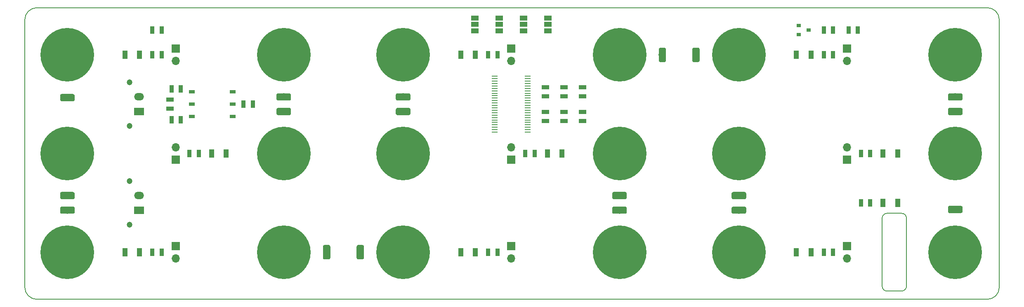
<source format=gbr>
%TF.GenerationSoftware,KiCad,Pcbnew,(5.0.0-rc2-dev-733-g23a9fcd91)*%
%TF.CreationDate,2018-05-26T11:51:58+02:00*%
%TF.ProjectId,CellsBoard,43656C6C73426F6172642E6B69636164,rev?*%
%TF.SameCoordinates,Original*%
%TF.FileFunction,Soldermask,Top*%
%TF.FilePolarity,Negative*%
%FSLAX46Y46*%
G04 Gerber Fmt 4.6, Leading zero omitted, Abs format (unit mm)*
G04 Created by KiCad (PCBNEW (5.0.0-rc2-dev-733-g23a9fcd91)) date 05/26/18 11:51:58*
%MOMM*%
%LPD*%
G01*
G04 APERTURE LIST*
%ADD10C,0.150000*%
%ADD11O,2.000000X1.500000*%
%ADD12R,2.000000X1.500000*%
%ADD13C,1.200000*%
%ADD14R,1.250000X0.250000*%
%ADD15C,11.000000*%
%ADD16C,0.900000*%
%ADD17C,1.500000*%
%ADD18R,1.300000X0.750000*%
%ADD19O,1.700000X1.700000*%
%ADD20R,1.700000X1.700000*%
%ADD21R,1.500000X0.970000*%
%ADD22R,0.970000X1.500000*%
%ADD23R,1.070000X1.800000*%
%ADD24R,1.500000X1.000000*%
%ADD25R,0.900000X0.800000*%
G04 APERTURE END LIST*
D10*
X226950000Y-132300000D02*
X229950000Y-132300000D01*
X225950000Y-147300000D02*
X225950000Y-133300000D01*
X229950000Y-148300000D02*
X226950000Y-148300000D01*
X230950000Y-133300000D02*
X230950000Y-147300000D01*
X226950000Y-148300000D02*
G75*
G02X225950000Y-147300000I0J1000000D01*
G01*
X225950000Y-133300000D02*
G75*
G02X226950000Y-132300000I1000000J0D01*
G01*
X229950000Y-132300000D02*
G75*
G02X230950000Y-133300000I0J-1000000D01*
G01*
X230950000Y-147300000D02*
G75*
G02X229950000Y-148300000I-1000000J0D01*
G01*
X247500000Y-90000000D02*
X52500000Y-90000000D01*
X247500000Y-90000000D02*
G75*
G02X250000000Y-92500000I0J-2500000D01*
G01*
X250000000Y-147500000D02*
X250000000Y-92500000D01*
X250000000Y-147500000D02*
G75*
G02X247500000Y-150000000I-2500000J0D01*
G01*
X52500000Y-150000000D02*
X247500000Y-150000000D01*
X52500000Y-150000000D02*
G75*
G02X50000000Y-147500000I0J2500000D01*
G01*
X50000000Y-92500000D02*
X50000000Y-147500000D01*
X50000000Y-92500000D02*
G75*
G02X52500000Y-90000000I2500000J0D01*
G01*
D11*
X73450000Y-108350000D03*
D12*
X73450000Y-111350000D03*
D13*
X71490000Y-105350000D03*
X71490000Y-114350000D03*
D11*
X73450000Y-128650000D03*
D12*
X73450000Y-131650000D03*
D13*
X71490000Y-125650000D03*
X71490000Y-134650000D03*
D14*
X153225000Y-104100000D03*
X146475000Y-104100000D03*
X153225000Y-104600000D03*
X146475000Y-104600000D03*
X153225000Y-105100000D03*
X146475000Y-105100000D03*
X153225000Y-105600000D03*
X146475000Y-105600000D03*
X153225000Y-106100000D03*
X146475000Y-106100000D03*
X153225000Y-106600000D03*
X146475000Y-106600000D03*
X153225000Y-107100000D03*
X146475000Y-107100000D03*
X153225000Y-107600000D03*
X146475000Y-107600000D03*
X153225000Y-108100000D03*
X146475000Y-108100000D03*
X153225000Y-108600000D03*
X146475000Y-108600000D03*
X153225000Y-109100000D03*
X146475000Y-109100000D03*
X153225000Y-109600000D03*
X146475000Y-109600000D03*
X153225000Y-110100000D03*
X146475000Y-110100000D03*
X153225000Y-110600000D03*
X146475000Y-110600000D03*
X153225000Y-111100000D03*
X146475000Y-111100000D03*
X153225000Y-111600000D03*
X146475000Y-111600000D03*
X153225000Y-112100000D03*
X146475000Y-112100000D03*
X153225000Y-112600000D03*
X146475000Y-112600000D03*
X153225000Y-113100000D03*
X146475000Y-113100000D03*
X153225000Y-113600000D03*
X146475000Y-113600000D03*
X153225000Y-114100000D03*
X146475000Y-114100000D03*
X153225000Y-114600000D03*
X146475000Y-114600000D03*
X153225000Y-115100000D03*
X146475000Y-115100000D03*
X153225000Y-115600000D03*
X146475000Y-115600000D03*
D15*
X240950000Y-140300000D03*
D16*
X240950000Y-136175000D03*
X243876815Y-137373185D03*
X245075000Y-140300000D03*
X243876815Y-143226815D03*
X240950000Y-144425000D03*
X238023185Y-143226815D03*
X236825000Y-140300000D03*
X238023185Y-137373185D03*
D10*
G36*
X242111756Y-130751806D02*
X242148159Y-130757206D01*
X242183857Y-130766147D01*
X242218506Y-130778545D01*
X242251774Y-130794280D01*
X242283339Y-130813199D01*
X242312897Y-130835121D01*
X242340165Y-130859835D01*
X242364879Y-130887103D01*
X242386801Y-130916661D01*
X242405720Y-130948226D01*
X242421455Y-130981494D01*
X242433853Y-131016143D01*
X242442794Y-131051841D01*
X242448194Y-131088244D01*
X242450000Y-131125000D01*
X242450000Y-131875000D01*
X242448194Y-131911756D01*
X242442794Y-131948159D01*
X242433853Y-131983857D01*
X242421455Y-132018506D01*
X242405720Y-132051774D01*
X242386801Y-132083339D01*
X242364879Y-132112897D01*
X242340165Y-132140165D01*
X242312897Y-132164879D01*
X242283339Y-132186801D01*
X242251774Y-132205720D01*
X242218506Y-132221455D01*
X242183857Y-132233853D01*
X242148159Y-132242794D01*
X242111756Y-132248194D01*
X242075000Y-132250000D01*
X239825000Y-132250000D01*
X239788244Y-132248194D01*
X239751841Y-132242794D01*
X239716143Y-132233853D01*
X239681494Y-132221455D01*
X239648226Y-132205720D01*
X239616661Y-132186801D01*
X239587103Y-132164879D01*
X239559835Y-132140165D01*
X239535121Y-132112897D01*
X239513199Y-132083339D01*
X239494280Y-132051774D01*
X239478545Y-132018506D01*
X239466147Y-131983857D01*
X239457206Y-131948159D01*
X239451806Y-131911756D01*
X239450000Y-131875000D01*
X239450000Y-131125000D01*
X239451806Y-131088244D01*
X239457206Y-131051841D01*
X239466147Y-131016143D01*
X239478545Y-130981494D01*
X239494280Y-130948226D01*
X239513199Y-130916661D01*
X239535121Y-130887103D01*
X239559835Y-130859835D01*
X239587103Y-130835121D01*
X239616661Y-130813199D01*
X239648226Y-130794280D01*
X239681494Y-130778545D01*
X239716143Y-130766147D01*
X239751841Y-130757206D01*
X239788244Y-130751806D01*
X239825000Y-130750000D01*
X242075000Y-130750000D01*
X242111756Y-130751806D01*
X242111756Y-130751806D01*
G37*
D17*
X240950000Y-131500000D03*
D10*
G36*
X112361756Y-138801806D02*
X112398159Y-138807206D01*
X112433857Y-138816147D01*
X112468506Y-138828545D01*
X112501774Y-138844280D01*
X112533339Y-138863199D01*
X112562897Y-138885121D01*
X112590165Y-138909835D01*
X112614879Y-138937103D01*
X112636801Y-138966661D01*
X112655720Y-138998226D01*
X112671455Y-139031494D01*
X112683853Y-139066143D01*
X112692794Y-139101841D01*
X112698194Y-139138244D01*
X112700000Y-139175000D01*
X112700000Y-141425000D01*
X112698194Y-141461756D01*
X112692794Y-141498159D01*
X112683853Y-141533857D01*
X112671455Y-141568506D01*
X112655720Y-141601774D01*
X112636801Y-141633339D01*
X112614879Y-141662897D01*
X112590165Y-141690165D01*
X112562897Y-141714879D01*
X112533339Y-141736801D01*
X112501774Y-141755720D01*
X112468506Y-141771455D01*
X112433857Y-141783853D01*
X112398159Y-141792794D01*
X112361756Y-141798194D01*
X112325000Y-141800000D01*
X111575000Y-141800000D01*
X111538244Y-141798194D01*
X111501841Y-141792794D01*
X111466143Y-141783853D01*
X111431494Y-141771455D01*
X111398226Y-141755720D01*
X111366661Y-141736801D01*
X111337103Y-141714879D01*
X111309835Y-141690165D01*
X111285121Y-141662897D01*
X111263199Y-141633339D01*
X111244280Y-141601774D01*
X111228545Y-141568506D01*
X111216147Y-141533857D01*
X111207206Y-141498159D01*
X111201806Y-141461756D01*
X111200000Y-141425000D01*
X111200000Y-139175000D01*
X111201806Y-139138244D01*
X111207206Y-139101841D01*
X111216147Y-139066143D01*
X111228545Y-139031494D01*
X111244280Y-138998226D01*
X111263199Y-138966661D01*
X111285121Y-138937103D01*
X111309835Y-138909835D01*
X111337103Y-138885121D01*
X111366661Y-138863199D01*
X111398226Y-138844280D01*
X111431494Y-138828545D01*
X111466143Y-138816147D01*
X111501841Y-138807206D01*
X111538244Y-138801806D01*
X111575000Y-138800000D01*
X112325000Y-138800000D01*
X112361756Y-138801806D01*
X112361756Y-138801806D01*
G37*
D17*
X111950000Y-140300000D03*
D10*
G36*
X119261756Y-138801806D02*
X119298159Y-138807206D01*
X119333857Y-138816147D01*
X119368506Y-138828545D01*
X119401774Y-138844280D01*
X119433339Y-138863199D01*
X119462897Y-138885121D01*
X119490165Y-138909835D01*
X119514879Y-138937103D01*
X119536801Y-138966661D01*
X119555720Y-138998226D01*
X119571455Y-139031494D01*
X119583853Y-139066143D01*
X119592794Y-139101841D01*
X119598194Y-139138244D01*
X119600000Y-139175000D01*
X119600000Y-141425000D01*
X119598194Y-141461756D01*
X119592794Y-141498159D01*
X119583853Y-141533857D01*
X119571455Y-141568506D01*
X119555720Y-141601774D01*
X119536801Y-141633339D01*
X119514879Y-141662897D01*
X119490165Y-141690165D01*
X119462897Y-141714879D01*
X119433339Y-141736801D01*
X119401774Y-141755720D01*
X119368506Y-141771455D01*
X119333857Y-141783853D01*
X119298159Y-141792794D01*
X119261756Y-141798194D01*
X119225000Y-141800000D01*
X118475000Y-141800000D01*
X118438244Y-141798194D01*
X118401841Y-141792794D01*
X118366143Y-141783853D01*
X118331494Y-141771455D01*
X118298226Y-141755720D01*
X118266661Y-141736801D01*
X118237103Y-141714879D01*
X118209835Y-141690165D01*
X118185121Y-141662897D01*
X118163199Y-141633339D01*
X118144280Y-141601774D01*
X118128545Y-141568506D01*
X118116147Y-141533857D01*
X118107206Y-141498159D01*
X118101806Y-141461756D01*
X118100000Y-141425000D01*
X118100000Y-139175000D01*
X118101806Y-139138244D01*
X118107206Y-139101841D01*
X118116147Y-139066143D01*
X118128545Y-139031494D01*
X118144280Y-138998226D01*
X118163199Y-138966661D01*
X118185121Y-138937103D01*
X118209835Y-138909835D01*
X118237103Y-138885121D01*
X118266661Y-138863199D01*
X118298226Y-138844280D01*
X118331494Y-138828545D01*
X118366143Y-138816147D01*
X118401841Y-138807206D01*
X118438244Y-138801806D01*
X118475000Y-138800000D01*
X119225000Y-138800000D01*
X119261756Y-138801806D01*
X119261756Y-138801806D01*
G37*
D17*
X118850000Y-140300000D03*
D15*
X127650000Y-140300000D03*
D16*
X124723185Y-143226815D03*
X127650000Y-136175000D03*
X130576815Y-143226815D03*
X130576815Y-137373185D03*
X124723185Y-137373185D03*
X127650000Y-144425000D03*
X123525000Y-140300000D03*
X131775000Y-140300000D03*
X106076815Y-137373185D03*
X103150000Y-136175000D03*
X100223185Y-137373185D03*
X99025000Y-140300000D03*
X100223185Y-143226815D03*
X103150000Y-144425000D03*
X106076815Y-143226815D03*
X107275000Y-140300000D03*
D15*
X103150000Y-140300000D03*
D10*
G36*
X181261756Y-98201806D02*
X181298159Y-98207206D01*
X181333857Y-98216147D01*
X181368506Y-98228545D01*
X181401774Y-98244280D01*
X181433339Y-98263199D01*
X181462897Y-98285121D01*
X181490165Y-98309835D01*
X181514879Y-98337103D01*
X181536801Y-98366661D01*
X181555720Y-98398226D01*
X181571455Y-98431494D01*
X181583853Y-98466143D01*
X181592794Y-98501841D01*
X181598194Y-98538244D01*
X181600000Y-98575000D01*
X181600000Y-100825000D01*
X181598194Y-100861756D01*
X181592794Y-100898159D01*
X181583853Y-100933857D01*
X181571455Y-100968506D01*
X181555720Y-101001774D01*
X181536801Y-101033339D01*
X181514879Y-101062897D01*
X181490165Y-101090165D01*
X181462897Y-101114879D01*
X181433339Y-101136801D01*
X181401774Y-101155720D01*
X181368506Y-101171455D01*
X181333857Y-101183853D01*
X181298159Y-101192794D01*
X181261756Y-101198194D01*
X181225000Y-101200000D01*
X180475000Y-101200000D01*
X180438244Y-101198194D01*
X180401841Y-101192794D01*
X180366143Y-101183853D01*
X180331494Y-101171455D01*
X180298226Y-101155720D01*
X180266661Y-101136801D01*
X180237103Y-101114879D01*
X180209835Y-101090165D01*
X180185121Y-101062897D01*
X180163199Y-101033339D01*
X180144280Y-101001774D01*
X180128545Y-100968506D01*
X180116147Y-100933857D01*
X180107206Y-100898159D01*
X180101806Y-100861756D01*
X180100000Y-100825000D01*
X180100000Y-98575000D01*
X180101806Y-98538244D01*
X180107206Y-98501841D01*
X180116147Y-98466143D01*
X180128545Y-98431494D01*
X180144280Y-98398226D01*
X180163199Y-98366661D01*
X180185121Y-98337103D01*
X180209835Y-98309835D01*
X180237103Y-98285121D01*
X180266661Y-98263199D01*
X180298226Y-98244280D01*
X180331494Y-98228545D01*
X180366143Y-98216147D01*
X180401841Y-98207206D01*
X180438244Y-98201806D01*
X180475000Y-98200000D01*
X181225000Y-98200000D01*
X181261756Y-98201806D01*
X181261756Y-98201806D01*
G37*
D17*
X180850000Y-99700000D03*
D10*
G36*
X188161756Y-98201806D02*
X188198159Y-98207206D01*
X188233857Y-98216147D01*
X188268506Y-98228545D01*
X188301774Y-98244280D01*
X188333339Y-98263199D01*
X188362897Y-98285121D01*
X188390165Y-98309835D01*
X188414879Y-98337103D01*
X188436801Y-98366661D01*
X188455720Y-98398226D01*
X188471455Y-98431494D01*
X188483853Y-98466143D01*
X188492794Y-98501841D01*
X188498194Y-98538244D01*
X188500000Y-98575000D01*
X188500000Y-100825000D01*
X188498194Y-100861756D01*
X188492794Y-100898159D01*
X188483853Y-100933857D01*
X188471455Y-100968506D01*
X188455720Y-101001774D01*
X188436801Y-101033339D01*
X188414879Y-101062897D01*
X188390165Y-101090165D01*
X188362897Y-101114879D01*
X188333339Y-101136801D01*
X188301774Y-101155720D01*
X188268506Y-101171455D01*
X188233857Y-101183853D01*
X188198159Y-101192794D01*
X188161756Y-101198194D01*
X188125000Y-101200000D01*
X187375000Y-101200000D01*
X187338244Y-101198194D01*
X187301841Y-101192794D01*
X187266143Y-101183853D01*
X187231494Y-101171455D01*
X187198226Y-101155720D01*
X187166661Y-101136801D01*
X187137103Y-101114879D01*
X187109835Y-101090165D01*
X187085121Y-101062897D01*
X187063199Y-101033339D01*
X187044280Y-101001774D01*
X187028545Y-100968506D01*
X187016147Y-100933857D01*
X187007206Y-100898159D01*
X187001806Y-100861756D01*
X187000000Y-100825000D01*
X187000000Y-98575000D01*
X187001806Y-98538244D01*
X187007206Y-98501841D01*
X187016147Y-98466143D01*
X187028545Y-98431494D01*
X187044280Y-98398226D01*
X187063199Y-98366661D01*
X187085121Y-98337103D01*
X187109835Y-98309835D01*
X187137103Y-98285121D01*
X187166661Y-98263199D01*
X187198226Y-98244280D01*
X187231494Y-98228545D01*
X187266143Y-98216147D01*
X187301841Y-98207206D01*
X187338244Y-98201806D01*
X187375000Y-98200000D01*
X188125000Y-98200000D01*
X188161756Y-98201806D01*
X188161756Y-98201806D01*
G37*
D17*
X187750000Y-99700000D03*
D15*
X196550000Y-99700000D03*
D16*
X193623185Y-102626815D03*
X196550000Y-95575000D03*
X199476815Y-102626815D03*
X199476815Y-96773185D03*
X193623185Y-96773185D03*
X196550000Y-103825000D03*
X192425000Y-99700000D03*
X200675000Y-99700000D03*
X174976815Y-96773185D03*
X172050000Y-95575000D03*
X169123185Y-96773185D03*
X167925000Y-99700000D03*
X169123185Y-102626815D03*
X172050000Y-103825000D03*
X174976815Y-102626815D03*
X176175000Y-99700000D03*
D15*
X172050000Y-99700000D03*
D10*
G36*
X104311756Y-110601806D02*
X104348159Y-110607206D01*
X104383857Y-110616147D01*
X104418506Y-110628545D01*
X104451774Y-110644280D01*
X104483339Y-110663199D01*
X104512897Y-110685121D01*
X104540165Y-110709835D01*
X104564879Y-110737103D01*
X104586801Y-110766661D01*
X104605720Y-110798226D01*
X104621455Y-110831494D01*
X104633853Y-110866143D01*
X104642794Y-110901841D01*
X104648194Y-110938244D01*
X104650000Y-110975000D01*
X104650000Y-111725000D01*
X104648194Y-111761756D01*
X104642794Y-111798159D01*
X104633853Y-111833857D01*
X104621455Y-111868506D01*
X104605720Y-111901774D01*
X104586801Y-111933339D01*
X104564879Y-111962897D01*
X104540165Y-111990165D01*
X104512897Y-112014879D01*
X104483339Y-112036801D01*
X104451774Y-112055720D01*
X104418506Y-112071455D01*
X104383857Y-112083853D01*
X104348159Y-112092794D01*
X104311756Y-112098194D01*
X104275000Y-112100000D01*
X102025000Y-112100000D01*
X101988244Y-112098194D01*
X101951841Y-112092794D01*
X101916143Y-112083853D01*
X101881494Y-112071455D01*
X101848226Y-112055720D01*
X101816661Y-112036801D01*
X101787103Y-112014879D01*
X101759835Y-111990165D01*
X101735121Y-111962897D01*
X101713199Y-111933339D01*
X101694280Y-111901774D01*
X101678545Y-111868506D01*
X101666147Y-111833857D01*
X101657206Y-111798159D01*
X101651806Y-111761756D01*
X101650000Y-111725000D01*
X101650000Y-110975000D01*
X101651806Y-110938244D01*
X101657206Y-110901841D01*
X101666147Y-110866143D01*
X101678545Y-110831494D01*
X101694280Y-110798226D01*
X101713199Y-110766661D01*
X101735121Y-110737103D01*
X101759835Y-110709835D01*
X101787103Y-110685121D01*
X101816661Y-110663199D01*
X101848226Y-110644280D01*
X101881494Y-110628545D01*
X101916143Y-110616147D01*
X101951841Y-110607206D01*
X101988244Y-110601806D01*
X102025000Y-110600000D01*
X104275000Y-110600000D01*
X104311756Y-110601806D01*
X104311756Y-110601806D01*
G37*
D17*
X103150000Y-111350000D03*
D10*
G36*
X104311756Y-107601806D02*
X104348159Y-107607206D01*
X104383857Y-107616147D01*
X104418506Y-107628545D01*
X104451774Y-107644280D01*
X104483339Y-107663199D01*
X104512897Y-107685121D01*
X104540165Y-107709835D01*
X104564879Y-107737103D01*
X104586801Y-107766661D01*
X104605720Y-107798226D01*
X104621455Y-107831494D01*
X104633853Y-107866143D01*
X104642794Y-107901841D01*
X104648194Y-107938244D01*
X104650000Y-107975000D01*
X104650000Y-108725000D01*
X104648194Y-108761756D01*
X104642794Y-108798159D01*
X104633853Y-108833857D01*
X104621455Y-108868506D01*
X104605720Y-108901774D01*
X104586801Y-108933339D01*
X104564879Y-108962897D01*
X104540165Y-108990165D01*
X104512897Y-109014879D01*
X104483339Y-109036801D01*
X104451774Y-109055720D01*
X104418506Y-109071455D01*
X104383857Y-109083853D01*
X104348159Y-109092794D01*
X104311756Y-109098194D01*
X104275000Y-109100000D01*
X102025000Y-109100000D01*
X101988244Y-109098194D01*
X101951841Y-109092794D01*
X101916143Y-109083853D01*
X101881494Y-109071455D01*
X101848226Y-109055720D01*
X101816661Y-109036801D01*
X101787103Y-109014879D01*
X101759835Y-108990165D01*
X101735121Y-108962897D01*
X101713199Y-108933339D01*
X101694280Y-108901774D01*
X101678545Y-108868506D01*
X101666147Y-108833857D01*
X101657206Y-108798159D01*
X101651806Y-108761756D01*
X101650000Y-108725000D01*
X101650000Y-107975000D01*
X101651806Y-107938244D01*
X101657206Y-107901841D01*
X101666147Y-107866143D01*
X101678545Y-107831494D01*
X101694280Y-107798226D01*
X101713199Y-107766661D01*
X101735121Y-107737103D01*
X101759835Y-107709835D01*
X101787103Y-107685121D01*
X101816661Y-107663199D01*
X101848226Y-107644280D01*
X101881494Y-107628545D01*
X101916143Y-107616147D01*
X101951841Y-107607206D01*
X101988244Y-107601806D01*
X102025000Y-107600000D01*
X104275000Y-107600000D01*
X104311756Y-107601806D01*
X104311756Y-107601806D01*
G37*
D17*
X103150000Y-108350000D03*
D15*
X103150000Y-99700000D03*
D16*
X106076815Y-102626815D03*
X99025000Y-99700000D03*
X106076815Y-96773185D03*
X100223185Y-96773185D03*
X100223185Y-102626815D03*
X107275000Y-99700000D03*
X103150000Y-103825000D03*
X103150000Y-95575000D03*
X100223185Y-117073185D03*
X99025000Y-120000000D03*
X100223185Y-122926815D03*
X103150000Y-124125000D03*
X106076815Y-122926815D03*
X107275000Y-120000000D03*
X106076815Y-117073185D03*
X103150000Y-115875000D03*
D15*
X103150000Y-120000000D03*
D10*
G36*
X59911756Y-130901806D02*
X59948159Y-130907206D01*
X59983857Y-130916147D01*
X60018506Y-130928545D01*
X60051774Y-130944280D01*
X60083339Y-130963199D01*
X60112897Y-130985121D01*
X60140165Y-131009835D01*
X60164879Y-131037103D01*
X60186801Y-131066661D01*
X60205720Y-131098226D01*
X60221455Y-131131494D01*
X60233853Y-131166143D01*
X60242794Y-131201841D01*
X60248194Y-131238244D01*
X60250000Y-131275000D01*
X60250000Y-132025000D01*
X60248194Y-132061756D01*
X60242794Y-132098159D01*
X60233853Y-132133857D01*
X60221455Y-132168506D01*
X60205720Y-132201774D01*
X60186801Y-132233339D01*
X60164879Y-132262897D01*
X60140165Y-132290165D01*
X60112897Y-132314879D01*
X60083339Y-132336801D01*
X60051774Y-132355720D01*
X60018506Y-132371455D01*
X59983857Y-132383853D01*
X59948159Y-132392794D01*
X59911756Y-132398194D01*
X59875000Y-132400000D01*
X57625000Y-132400000D01*
X57588244Y-132398194D01*
X57551841Y-132392794D01*
X57516143Y-132383853D01*
X57481494Y-132371455D01*
X57448226Y-132355720D01*
X57416661Y-132336801D01*
X57387103Y-132314879D01*
X57359835Y-132290165D01*
X57335121Y-132262897D01*
X57313199Y-132233339D01*
X57294280Y-132201774D01*
X57278545Y-132168506D01*
X57266147Y-132133857D01*
X57257206Y-132098159D01*
X57251806Y-132061756D01*
X57250000Y-132025000D01*
X57250000Y-131275000D01*
X57251806Y-131238244D01*
X57257206Y-131201841D01*
X57266147Y-131166143D01*
X57278545Y-131131494D01*
X57294280Y-131098226D01*
X57313199Y-131066661D01*
X57335121Y-131037103D01*
X57359835Y-131009835D01*
X57387103Y-130985121D01*
X57416661Y-130963199D01*
X57448226Y-130944280D01*
X57481494Y-130928545D01*
X57516143Y-130916147D01*
X57551841Y-130907206D01*
X57588244Y-130901806D01*
X57625000Y-130900000D01*
X59875000Y-130900000D01*
X59911756Y-130901806D01*
X59911756Y-130901806D01*
G37*
D17*
X58750000Y-131650000D03*
D10*
G36*
X59911756Y-127901806D02*
X59948159Y-127907206D01*
X59983857Y-127916147D01*
X60018506Y-127928545D01*
X60051774Y-127944280D01*
X60083339Y-127963199D01*
X60112897Y-127985121D01*
X60140165Y-128009835D01*
X60164879Y-128037103D01*
X60186801Y-128066661D01*
X60205720Y-128098226D01*
X60221455Y-128131494D01*
X60233853Y-128166143D01*
X60242794Y-128201841D01*
X60248194Y-128238244D01*
X60250000Y-128275000D01*
X60250000Y-129025000D01*
X60248194Y-129061756D01*
X60242794Y-129098159D01*
X60233853Y-129133857D01*
X60221455Y-129168506D01*
X60205720Y-129201774D01*
X60186801Y-129233339D01*
X60164879Y-129262897D01*
X60140165Y-129290165D01*
X60112897Y-129314879D01*
X60083339Y-129336801D01*
X60051774Y-129355720D01*
X60018506Y-129371455D01*
X59983857Y-129383853D01*
X59948159Y-129392794D01*
X59911756Y-129398194D01*
X59875000Y-129400000D01*
X57625000Y-129400000D01*
X57588244Y-129398194D01*
X57551841Y-129392794D01*
X57516143Y-129383853D01*
X57481494Y-129371455D01*
X57448226Y-129355720D01*
X57416661Y-129336801D01*
X57387103Y-129314879D01*
X57359835Y-129290165D01*
X57335121Y-129262897D01*
X57313199Y-129233339D01*
X57294280Y-129201774D01*
X57278545Y-129168506D01*
X57266147Y-129133857D01*
X57257206Y-129098159D01*
X57251806Y-129061756D01*
X57250000Y-129025000D01*
X57250000Y-128275000D01*
X57251806Y-128238244D01*
X57257206Y-128201841D01*
X57266147Y-128166143D01*
X57278545Y-128131494D01*
X57294280Y-128098226D01*
X57313199Y-128066661D01*
X57335121Y-128037103D01*
X57359835Y-128009835D01*
X57387103Y-127985121D01*
X57416661Y-127963199D01*
X57448226Y-127944280D01*
X57481494Y-127928545D01*
X57516143Y-127916147D01*
X57551841Y-127907206D01*
X57588244Y-127901806D01*
X57625000Y-127900000D01*
X59875000Y-127900000D01*
X59911756Y-127901806D01*
X59911756Y-127901806D01*
G37*
D17*
X58750000Y-128650000D03*
D15*
X58750000Y-120000000D03*
D16*
X61676815Y-122926815D03*
X54625000Y-120000000D03*
X61676815Y-117073185D03*
X55823185Y-117073185D03*
X55823185Y-122926815D03*
X62875000Y-120000000D03*
X58750000Y-124125000D03*
X58750000Y-115875000D03*
X55823185Y-137373185D03*
X54625000Y-140300000D03*
X55823185Y-143226815D03*
X58750000Y-144425000D03*
X61676815Y-143226815D03*
X62875000Y-140300000D03*
X61676815Y-137373185D03*
X58750000Y-136175000D03*
D15*
X58750000Y-140300000D03*
D10*
G36*
X173211756Y-127901806D02*
X173248159Y-127907206D01*
X173283857Y-127916147D01*
X173318506Y-127928545D01*
X173351774Y-127944280D01*
X173383339Y-127963199D01*
X173412897Y-127985121D01*
X173440165Y-128009835D01*
X173464879Y-128037103D01*
X173486801Y-128066661D01*
X173505720Y-128098226D01*
X173521455Y-128131494D01*
X173533853Y-128166143D01*
X173542794Y-128201841D01*
X173548194Y-128238244D01*
X173550000Y-128275000D01*
X173550000Y-129025000D01*
X173548194Y-129061756D01*
X173542794Y-129098159D01*
X173533853Y-129133857D01*
X173521455Y-129168506D01*
X173505720Y-129201774D01*
X173486801Y-129233339D01*
X173464879Y-129262897D01*
X173440165Y-129290165D01*
X173412897Y-129314879D01*
X173383339Y-129336801D01*
X173351774Y-129355720D01*
X173318506Y-129371455D01*
X173283857Y-129383853D01*
X173248159Y-129392794D01*
X173211756Y-129398194D01*
X173175000Y-129400000D01*
X170925000Y-129400000D01*
X170888244Y-129398194D01*
X170851841Y-129392794D01*
X170816143Y-129383853D01*
X170781494Y-129371455D01*
X170748226Y-129355720D01*
X170716661Y-129336801D01*
X170687103Y-129314879D01*
X170659835Y-129290165D01*
X170635121Y-129262897D01*
X170613199Y-129233339D01*
X170594280Y-129201774D01*
X170578545Y-129168506D01*
X170566147Y-129133857D01*
X170557206Y-129098159D01*
X170551806Y-129061756D01*
X170550000Y-129025000D01*
X170550000Y-128275000D01*
X170551806Y-128238244D01*
X170557206Y-128201841D01*
X170566147Y-128166143D01*
X170578545Y-128131494D01*
X170594280Y-128098226D01*
X170613199Y-128066661D01*
X170635121Y-128037103D01*
X170659835Y-128009835D01*
X170687103Y-127985121D01*
X170716661Y-127963199D01*
X170748226Y-127944280D01*
X170781494Y-127928545D01*
X170816143Y-127916147D01*
X170851841Y-127907206D01*
X170888244Y-127901806D01*
X170925000Y-127900000D01*
X173175000Y-127900000D01*
X173211756Y-127901806D01*
X173211756Y-127901806D01*
G37*
D17*
X172050000Y-128650000D03*
D10*
G36*
X173211756Y-130901806D02*
X173248159Y-130907206D01*
X173283857Y-130916147D01*
X173318506Y-130928545D01*
X173351774Y-130944280D01*
X173383339Y-130963199D01*
X173412897Y-130985121D01*
X173440165Y-131009835D01*
X173464879Y-131037103D01*
X173486801Y-131066661D01*
X173505720Y-131098226D01*
X173521455Y-131131494D01*
X173533853Y-131166143D01*
X173542794Y-131201841D01*
X173548194Y-131238244D01*
X173550000Y-131275000D01*
X173550000Y-132025000D01*
X173548194Y-132061756D01*
X173542794Y-132098159D01*
X173533853Y-132133857D01*
X173521455Y-132168506D01*
X173505720Y-132201774D01*
X173486801Y-132233339D01*
X173464879Y-132262897D01*
X173440165Y-132290165D01*
X173412897Y-132314879D01*
X173383339Y-132336801D01*
X173351774Y-132355720D01*
X173318506Y-132371455D01*
X173283857Y-132383853D01*
X173248159Y-132392794D01*
X173211756Y-132398194D01*
X173175000Y-132400000D01*
X170925000Y-132400000D01*
X170888244Y-132398194D01*
X170851841Y-132392794D01*
X170816143Y-132383853D01*
X170781494Y-132371455D01*
X170748226Y-132355720D01*
X170716661Y-132336801D01*
X170687103Y-132314879D01*
X170659835Y-132290165D01*
X170635121Y-132262897D01*
X170613199Y-132233339D01*
X170594280Y-132201774D01*
X170578545Y-132168506D01*
X170566147Y-132133857D01*
X170557206Y-132098159D01*
X170551806Y-132061756D01*
X170550000Y-132025000D01*
X170550000Y-131275000D01*
X170551806Y-131238244D01*
X170557206Y-131201841D01*
X170566147Y-131166143D01*
X170578545Y-131131494D01*
X170594280Y-131098226D01*
X170613199Y-131066661D01*
X170635121Y-131037103D01*
X170659835Y-131009835D01*
X170687103Y-130985121D01*
X170716661Y-130963199D01*
X170748226Y-130944280D01*
X170781494Y-130928545D01*
X170816143Y-130916147D01*
X170851841Y-130907206D01*
X170888244Y-130901806D01*
X170925000Y-130900000D01*
X173175000Y-130900000D01*
X173211756Y-130901806D01*
X173211756Y-130901806D01*
G37*
D17*
X172050000Y-131650000D03*
D15*
X172050000Y-140300000D03*
D16*
X169123185Y-137373185D03*
X176175000Y-140300000D03*
X169123185Y-143226815D03*
X174976815Y-143226815D03*
X174976815Y-137373185D03*
X167925000Y-140300000D03*
X172050000Y-136175000D03*
X172050000Y-144425000D03*
X174976815Y-122926815D03*
X176175000Y-120000000D03*
X174976815Y-117073185D03*
X172050000Y-115875000D03*
X169123185Y-117073185D03*
X167925000Y-120000000D03*
X169123185Y-122926815D03*
X172050000Y-124125000D03*
D15*
X172050000Y-120000000D03*
D10*
G36*
X128811756Y-107601806D02*
X128848159Y-107607206D01*
X128883857Y-107616147D01*
X128918506Y-107628545D01*
X128951774Y-107644280D01*
X128983339Y-107663199D01*
X129012897Y-107685121D01*
X129040165Y-107709835D01*
X129064879Y-107737103D01*
X129086801Y-107766661D01*
X129105720Y-107798226D01*
X129121455Y-107831494D01*
X129133853Y-107866143D01*
X129142794Y-107901841D01*
X129148194Y-107938244D01*
X129150000Y-107975000D01*
X129150000Y-108725000D01*
X129148194Y-108761756D01*
X129142794Y-108798159D01*
X129133853Y-108833857D01*
X129121455Y-108868506D01*
X129105720Y-108901774D01*
X129086801Y-108933339D01*
X129064879Y-108962897D01*
X129040165Y-108990165D01*
X129012897Y-109014879D01*
X128983339Y-109036801D01*
X128951774Y-109055720D01*
X128918506Y-109071455D01*
X128883857Y-109083853D01*
X128848159Y-109092794D01*
X128811756Y-109098194D01*
X128775000Y-109100000D01*
X126525000Y-109100000D01*
X126488244Y-109098194D01*
X126451841Y-109092794D01*
X126416143Y-109083853D01*
X126381494Y-109071455D01*
X126348226Y-109055720D01*
X126316661Y-109036801D01*
X126287103Y-109014879D01*
X126259835Y-108990165D01*
X126235121Y-108962897D01*
X126213199Y-108933339D01*
X126194280Y-108901774D01*
X126178545Y-108868506D01*
X126166147Y-108833857D01*
X126157206Y-108798159D01*
X126151806Y-108761756D01*
X126150000Y-108725000D01*
X126150000Y-107975000D01*
X126151806Y-107938244D01*
X126157206Y-107901841D01*
X126166147Y-107866143D01*
X126178545Y-107831494D01*
X126194280Y-107798226D01*
X126213199Y-107766661D01*
X126235121Y-107737103D01*
X126259835Y-107709835D01*
X126287103Y-107685121D01*
X126316661Y-107663199D01*
X126348226Y-107644280D01*
X126381494Y-107628545D01*
X126416143Y-107616147D01*
X126451841Y-107607206D01*
X126488244Y-107601806D01*
X126525000Y-107600000D01*
X128775000Y-107600000D01*
X128811756Y-107601806D01*
X128811756Y-107601806D01*
G37*
D17*
X127650000Y-108350000D03*
D10*
G36*
X128811756Y-110601806D02*
X128848159Y-110607206D01*
X128883857Y-110616147D01*
X128918506Y-110628545D01*
X128951774Y-110644280D01*
X128983339Y-110663199D01*
X129012897Y-110685121D01*
X129040165Y-110709835D01*
X129064879Y-110737103D01*
X129086801Y-110766661D01*
X129105720Y-110798226D01*
X129121455Y-110831494D01*
X129133853Y-110866143D01*
X129142794Y-110901841D01*
X129148194Y-110938244D01*
X129150000Y-110975000D01*
X129150000Y-111725000D01*
X129148194Y-111761756D01*
X129142794Y-111798159D01*
X129133853Y-111833857D01*
X129121455Y-111868506D01*
X129105720Y-111901774D01*
X129086801Y-111933339D01*
X129064879Y-111962897D01*
X129040165Y-111990165D01*
X129012897Y-112014879D01*
X128983339Y-112036801D01*
X128951774Y-112055720D01*
X128918506Y-112071455D01*
X128883857Y-112083853D01*
X128848159Y-112092794D01*
X128811756Y-112098194D01*
X128775000Y-112100000D01*
X126525000Y-112100000D01*
X126488244Y-112098194D01*
X126451841Y-112092794D01*
X126416143Y-112083853D01*
X126381494Y-112071455D01*
X126348226Y-112055720D01*
X126316661Y-112036801D01*
X126287103Y-112014879D01*
X126259835Y-111990165D01*
X126235121Y-111962897D01*
X126213199Y-111933339D01*
X126194280Y-111901774D01*
X126178545Y-111868506D01*
X126166147Y-111833857D01*
X126157206Y-111798159D01*
X126151806Y-111761756D01*
X126150000Y-111725000D01*
X126150000Y-110975000D01*
X126151806Y-110938244D01*
X126157206Y-110901841D01*
X126166147Y-110866143D01*
X126178545Y-110831494D01*
X126194280Y-110798226D01*
X126213199Y-110766661D01*
X126235121Y-110737103D01*
X126259835Y-110709835D01*
X126287103Y-110685121D01*
X126316661Y-110663199D01*
X126348226Y-110644280D01*
X126381494Y-110628545D01*
X126416143Y-110616147D01*
X126451841Y-110607206D01*
X126488244Y-110601806D01*
X126525000Y-110600000D01*
X128775000Y-110600000D01*
X128811756Y-110601806D01*
X128811756Y-110601806D01*
G37*
D17*
X127650000Y-111350000D03*
D15*
X127650000Y-120000000D03*
D16*
X124723185Y-117073185D03*
X131775000Y-120000000D03*
X124723185Y-122926815D03*
X130576815Y-122926815D03*
X130576815Y-117073185D03*
X123525000Y-120000000D03*
X127650000Y-115875000D03*
X127650000Y-124125000D03*
X130576815Y-102626815D03*
X131775000Y-99700000D03*
X130576815Y-96773185D03*
X127650000Y-95575000D03*
X124723185Y-96773185D03*
X123525000Y-99700000D03*
X124723185Y-102626815D03*
X127650000Y-103825000D03*
D15*
X127650000Y-99700000D03*
D10*
G36*
X242111756Y-110601806D02*
X242148159Y-110607206D01*
X242183857Y-110616147D01*
X242218506Y-110628545D01*
X242251774Y-110644280D01*
X242283339Y-110663199D01*
X242312897Y-110685121D01*
X242340165Y-110709835D01*
X242364879Y-110737103D01*
X242386801Y-110766661D01*
X242405720Y-110798226D01*
X242421455Y-110831494D01*
X242433853Y-110866143D01*
X242442794Y-110901841D01*
X242448194Y-110938244D01*
X242450000Y-110975000D01*
X242450000Y-111725000D01*
X242448194Y-111761756D01*
X242442794Y-111798159D01*
X242433853Y-111833857D01*
X242421455Y-111868506D01*
X242405720Y-111901774D01*
X242386801Y-111933339D01*
X242364879Y-111962897D01*
X242340165Y-111990165D01*
X242312897Y-112014879D01*
X242283339Y-112036801D01*
X242251774Y-112055720D01*
X242218506Y-112071455D01*
X242183857Y-112083853D01*
X242148159Y-112092794D01*
X242111756Y-112098194D01*
X242075000Y-112100000D01*
X239825000Y-112100000D01*
X239788244Y-112098194D01*
X239751841Y-112092794D01*
X239716143Y-112083853D01*
X239681494Y-112071455D01*
X239648226Y-112055720D01*
X239616661Y-112036801D01*
X239587103Y-112014879D01*
X239559835Y-111990165D01*
X239535121Y-111962897D01*
X239513199Y-111933339D01*
X239494280Y-111901774D01*
X239478545Y-111868506D01*
X239466147Y-111833857D01*
X239457206Y-111798159D01*
X239451806Y-111761756D01*
X239450000Y-111725000D01*
X239450000Y-110975000D01*
X239451806Y-110938244D01*
X239457206Y-110901841D01*
X239466147Y-110866143D01*
X239478545Y-110831494D01*
X239494280Y-110798226D01*
X239513199Y-110766661D01*
X239535121Y-110737103D01*
X239559835Y-110709835D01*
X239587103Y-110685121D01*
X239616661Y-110663199D01*
X239648226Y-110644280D01*
X239681494Y-110628545D01*
X239716143Y-110616147D01*
X239751841Y-110607206D01*
X239788244Y-110601806D01*
X239825000Y-110600000D01*
X242075000Y-110600000D01*
X242111756Y-110601806D01*
X242111756Y-110601806D01*
G37*
D17*
X240950000Y-111350000D03*
D10*
G36*
X242111756Y-107601806D02*
X242148159Y-107607206D01*
X242183857Y-107616147D01*
X242218506Y-107628545D01*
X242251774Y-107644280D01*
X242283339Y-107663199D01*
X242312897Y-107685121D01*
X242340165Y-107709835D01*
X242364879Y-107737103D01*
X242386801Y-107766661D01*
X242405720Y-107798226D01*
X242421455Y-107831494D01*
X242433853Y-107866143D01*
X242442794Y-107901841D01*
X242448194Y-107938244D01*
X242450000Y-107975000D01*
X242450000Y-108725000D01*
X242448194Y-108761756D01*
X242442794Y-108798159D01*
X242433853Y-108833857D01*
X242421455Y-108868506D01*
X242405720Y-108901774D01*
X242386801Y-108933339D01*
X242364879Y-108962897D01*
X242340165Y-108990165D01*
X242312897Y-109014879D01*
X242283339Y-109036801D01*
X242251774Y-109055720D01*
X242218506Y-109071455D01*
X242183857Y-109083853D01*
X242148159Y-109092794D01*
X242111756Y-109098194D01*
X242075000Y-109100000D01*
X239825000Y-109100000D01*
X239788244Y-109098194D01*
X239751841Y-109092794D01*
X239716143Y-109083853D01*
X239681494Y-109071455D01*
X239648226Y-109055720D01*
X239616661Y-109036801D01*
X239587103Y-109014879D01*
X239559835Y-108990165D01*
X239535121Y-108962897D01*
X239513199Y-108933339D01*
X239494280Y-108901774D01*
X239478545Y-108868506D01*
X239466147Y-108833857D01*
X239457206Y-108798159D01*
X239451806Y-108761756D01*
X239450000Y-108725000D01*
X239450000Y-107975000D01*
X239451806Y-107938244D01*
X239457206Y-107901841D01*
X239466147Y-107866143D01*
X239478545Y-107831494D01*
X239494280Y-107798226D01*
X239513199Y-107766661D01*
X239535121Y-107737103D01*
X239559835Y-107709835D01*
X239587103Y-107685121D01*
X239616661Y-107663199D01*
X239648226Y-107644280D01*
X239681494Y-107628545D01*
X239716143Y-107616147D01*
X239751841Y-107607206D01*
X239788244Y-107601806D01*
X239825000Y-107600000D01*
X242075000Y-107600000D01*
X242111756Y-107601806D01*
X242111756Y-107601806D01*
G37*
D17*
X240950000Y-108350000D03*
D15*
X240950000Y-99700000D03*
D16*
X243876815Y-102626815D03*
X236825000Y-99700000D03*
X243876815Y-96773185D03*
X238023185Y-96773185D03*
X238023185Y-102626815D03*
X245075000Y-99700000D03*
X240950000Y-103825000D03*
X240950000Y-95575000D03*
X238023185Y-117073185D03*
X236825000Y-120000000D03*
X238023185Y-122926815D03*
X240950000Y-124125000D03*
X243876815Y-122926815D03*
X245075000Y-120000000D03*
X243876815Y-117073185D03*
X240950000Y-115875000D03*
D15*
X240950000Y-120000000D03*
D10*
G36*
X197711756Y-130901806D02*
X197748159Y-130907206D01*
X197783857Y-130916147D01*
X197818506Y-130928545D01*
X197851774Y-130944280D01*
X197883339Y-130963199D01*
X197912897Y-130985121D01*
X197940165Y-131009835D01*
X197964879Y-131037103D01*
X197986801Y-131066661D01*
X198005720Y-131098226D01*
X198021455Y-131131494D01*
X198033853Y-131166143D01*
X198042794Y-131201841D01*
X198048194Y-131238244D01*
X198050000Y-131275000D01*
X198050000Y-132025000D01*
X198048194Y-132061756D01*
X198042794Y-132098159D01*
X198033853Y-132133857D01*
X198021455Y-132168506D01*
X198005720Y-132201774D01*
X197986801Y-132233339D01*
X197964879Y-132262897D01*
X197940165Y-132290165D01*
X197912897Y-132314879D01*
X197883339Y-132336801D01*
X197851774Y-132355720D01*
X197818506Y-132371455D01*
X197783857Y-132383853D01*
X197748159Y-132392794D01*
X197711756Y-132398194D01*
X197675000Y-132400000D01*
X195425000Y-132400000D01*
X195388244Y-132398194D01*
X195351841Y-132392794D01*
X195316143Y-132383853D01*
X195281494Y-132371455D01*
X195248226Y-132355720D01*
X195216661Y-132336801D01*
X195187103Y-132314879D01*
X195159835Y-132290165D01*
X195135121Y-132262897D01*
X195113199Y-132233339D01*
X195094280Y-132201774D01*
X195078545Y-132168506D01*
X195066147Y-132133857D01*
X195057206Y-132098159D01*
X195051806Y-132061756D01*
X195050000Y-132025000D01*
X195050000Y-131275000D01*
X195051806Y-131238244D01*
X195057206Y-131201841D01*
X195066147Y-131166143D01*
X195078545Y-131131494D01*
X195094280Y-131098226D01*
X195113199Y-131066661D01*
X195135121Y-131037103D01*
X195159835Y-131009835D01*
X195187103Y-130985121D01*
X195216661Y-130963199D01*
X195248226Y-130944280D01*
X195281494Y-130928545D01*
X195316143Y-130916147D01*
X195351841Y-130907206D01*
X195388244Y-130901806D01*
X195425000Y-130900000D01*
X197675000Y-130900000D01*
X197711756Y-130901806D01*
X197711756Y-130901806D01*
G37*
D17*
X196550000Y-131650000D03*
D10*
G36*
X197711756Y-127901806D02*
X197748159Y-127907206D01*
X197783857Y-127916147D01*
X197818506Y-127928545D01*
X197851774Y-127944280D01*
X197883339Y-127963199D01*
X197912897Y-127985121D01*
X197940165Y-128009835D01*
X197964879Y-128037103D01*
X197986801Y-128066661D01*
X198005720Y-128098226D01*
X198021455Y-128131494D01*
X198033853Y-128166143D01*
X198042794Y-128201841D01*
X198048194Y-128238244D01*
X198050000Y-128275000D01*
X198050000Y-129025000D01*
X198048194Y-129061756D01*
X198042794Y-129098159D01*
X198033853Y-129133857D01*
X198021455Y-129168506D01*
X198005720Y-129201774D01*
X197986801Y-129233339D01*
X197964879Y-129262897D01*
X197940165Y-129290165D01*
X197912897Y-129314879D01*
X197883339Y-129336801D01*
X197851774Y-129355720D01*
X197818506Y-129371455D01*
X197783857Y-129383853D01*
X197748159Y-129392794D01*
X197711756Y-129398194D01*
X197675000Y-129400000D01*
X195425000Y-129400000D01*
X195388244Y-129398194D01*
X195351841Y-129392794D01*
X195316143Y-129383853D01*
X195281494Y-129371455D01*
X195248226Y-129355720D01*
X195216661Y-129336801D01*
X195187103Y-129314879D01*
X195159835Y-129290165D01*
X195135121Y-129262897D01*
X195113199Y-129233339D01*
X195094280Y-129201774D01*
X195078545Y-129168506D01*
X195066147Y-129133857D01*
X195057206Y-129098159D01*
X195051806Y-129061756D01*
X195050000Y-129025000D01*
X195050000Y-128275000D01*
X195051806Y-128238244D01*
X195057206Y-128201841D01*
X195066147Y-128166143D01*
X195078545Y-128131494D01*
X195094280Y-128098226D01*
X195113199Y-128066661D01*
X195135121Y-128037103D01*
X195159835Y-128009835D01*
X195187103Y-127985121D01*
X195216661Y-127963199D01*
X195248226Y-127944280D01*
X195281494Y-127928545D01*
X195316143Y-127916147D01*
X195351841Y-127907206D01*
X195388244Y-127901806D01*
X195425000Y-127900000D01*
X197675000Y-127900000D01*
X197711756Y-127901806D01*
X197711756Y-127901806D01*
G37*
D17*
X196550000Y-128650000D03*
D15*
X196550000Y-120000000D03*
D16*
X199476815Y-122926815D03*
X192425000Y-120000000D03*
X199476815Y-117073185D03*
X193623185Y-117073185D03*
X193623185Y-122926815D03*
X200675000Y-120000000D03*
X196550000Y-124125000D03*
X196550000Y-115875000D03*
X193623185Y-137373185D03*
X192425000Y-140300000D03*
X193623185Y-143226815D03*
X196550000Y-144425000D03*
X199476815Y-143226815D03*
X200675000Y-140300000D03*
X199476815Y-137373185D03*
X196550000Y-136175000D03*
D15*
X196550000Y-140300000D03*
X58750000Y-99700000D03*
D16*
X58750000Y-95575000D03*
X61676815Y-96773185D03*
X62875000Y-99700000D03*
X61676815Y-102626815D03*
X58750000Y-103825000D03*
X55823185Y-102626815D03*
X54625000Y-99700000D03*
X55823185Y-96773185D03*
D10*
G36*
X59911756Y-107751806D02*
X59948159Y-107757206D01*
X59983857Y-107766147D01*
X60018506Y-107778545D01*
X60051774Y-107794280D01*
X60083339Y-107813199D01*
X60112897Y-107835121D01*
X60140165Y-107859835D01*
X60164879Y-107887103D01*
X60186801Y-107916661D01*
X60205720Y-107948226D01*
X60221455Y-107981494D01*
X60233853Y-108016143D01*
X60242794Y-108051841D01*
X60248194Y-108088244D01*
X60250000Y-108125000D01*
X60250000Y-108875000D01*
X60248194Y-108911756D01*
X60242794Y-108948159D01*
X60233853Y-108983857D01*
X60221455Y-109018506D01*
X60205720Y-109051774D01*
X60186801Y-109083339D01*
X60164879Y-109112897D01*
X60140165Y-109140165D01*
X60112897Y-109164879D01*
X60083339Y-109186801D01*
X60051774Y-109205720D01*
X60018506Y-109221455D01*
X59983857Y-109233853D01*
X59948159Y-109242794D01*
X59911756Y-109248194D01*
X59875000Y-109250000D01*
X57625000Y-109250000D01*
X57588244Y-109248194D01*
X57551841Y-109242794D01*
X57516143Y-109233853D01*
X57481494Y-109221455D01*
X57448226Y-109205720D01*
X57416661Y-109186801D01*
X57387103Y-109164879D01*
X57359835Y-109140165D01*
X57335121Y-109112897D01*
X57313199Y-109083339D01*
X57294280Y-109051774D01*
X57278545Y-109018506D01*
X57266147Y-108983857D01*
X57257206Y-108948159D01*
X57251806Y-108911756D01*
X57250000Y-108875000D01*
X57250000Y-108125000D01*
X57251806Y-108088244D01*
X57257206Y-108051841D01*
X57266147Y-108016143D01*
X57278545Y-107981494D01*
X57294280Y-107948226D01*
X57313199Y-107916661D01*
X57335121Y-107887103D01*
X57359835Y-107859835D01*
X57387103Y-107835121D01*
X57416661Y-107813199D01*
X57448226Y-107794280D01*
X57481494Y-107778545D01*
X57516143Y-107766147D01*
X57551841Y-107757206D01*
X57588244Y-107751806D01*
X57625000Y-107750000D01*
X59875000Y-107750000D01*
X59911756Y-107751806D01*
X59911756Y-107751806D01*
G37*
D17*
X58750000Y-108500000D03*
D18*
X92650000Y-107310000D03*
X84250000Y-107310000D03*
X92650000Y-109850000D03*
X84250000Y-109850000D03*
X92650000Y-112390000D03*
X84250000Y-112390000D03*
D19*
X80950000Y-100970000D03*
D20*
X80950000Y-98430000D03*
X80950000Y-121270000D03*
D19*
X80950000Y-118730000D03*
X80950000Y-141570000D03*
D20*
X80950000Y-139030000D03*
D19*
X149850000Y-141570000D03*
D20*
X149850000Y-139030000D03*
D19*
X149850000Y-118730000D03*
D20*
X149850000Y-121270000D03*
D19*
X149850000Y-100970000D03*
D20*
X149850000Y-98430000D03*
D19*
X218750000Y-100970000D03*
D20*
X218750000Y-98430000D03*
D19*
X218750000Y-118730000D03*
D20*
X218750000Y-121270000D03*
X218750000Y-139030000D03*
D19*
X218750000Y-141570000D03*
D21*
X156835000Y-106355000D03*
X156835000Y-108265000D03*
X160645000Y-113345000D03*
X160645000Y-111435000D03*
X156835000Y-111435000D03*
X156835000Y-113345000D03*
D22*
X219065000Y-94620000D03*
X220975000Y-94620000D03*
D21*
X160645000Y-106355000D03*
X160645000Y-108265000D03*
D22*
X94870000Y-109850000D03*
X96780000Y-109850000D03*
D23*
X70555000Y-99700000D03*
X73565000Y-99700000D03*
X91345000Y-120000000D03*
X88335000Y-120000000D03*
X70555000Y-140300000D03*
X73565000Y-140300000D03*
X142465000Y-140300000D03*
X139455000Y-140300000D03*
X160245000Y-120000000D03*
X157235000Y-120000000D03*
X142465000Y-99700000D03*
X139455000Y-99700000D03*
X208355000Y-99700000D03*
X211365000Y-99700000D03*
X226135000Y-120000000D03*
X229145000Y-120000000D03*
X211365000Y-140300000D03*
X208355000Y-140300000D03*
X226135000Y-130150000D03*
X229145000Y-130150000D03*
D24*
X142350000Y-94730000D03*
X142350000Y-93430000D03*
X142350000Y-92130000D03*
X147350000Y-92130000D03*
X147350000Y-93430000D03*
X147350000Y-94730000D03*
X152350000Y-94730000D03*
X152350000Y-93430000D03*
X152350000Y-92130000D03*
X157350000Y-94730000D03*
X157350000Y-93430000D03*
X157350000Y-92130000D03*
D25*
X208860000Y-93670000D03*
X208860000Y-95570000D03*
X210860000Y-94620000D03*
D22*
X215890000Y-94620000D03*
X213980000Y-94620000D03*
X76185000Y-94620000D03*
X78095000Y-94620000D03*
X78095000Y-99700000D03*
X76185000Y-99700000D03*
X85715000Y-120000000D03*
X83805000Y-120000000D03*
X76185000Y-140300000D03*
X78095000Y-140300000D03*
X146995000Y-140300000D03*
X145085000Y-140300000D03*
X154615000Y-120000000D03*
X152705000Y-120000000D03*
X146995000Y-99700000D03*
X145085000Y-99700000D03*
X213985000Y-99700000D03*
X215895000Y-99700000D03*
X221605000Y-120000000D03*
X223515000Y-120000000D03*
D21*
X164455000Y-111435000D03*
X164455000Y-113345000D03*
X164455000Y-106355000D03*
X164455000Y-108265000D03*
D22*
X215895000Y-140300000D03*
X213985000Y-140300000D03*
X80120000Y-106675000D03*
X82030000Y-106675000D03*
D21*
X79805000Y-110805000D03*
X79805000Y-108895000D03*
D22*
X221605000Y-130160000D03*
X223515000Y-130160000D03*
X82030000Y-113025000D03*
X80120000Y-113025000D03*
M02*

</source>
